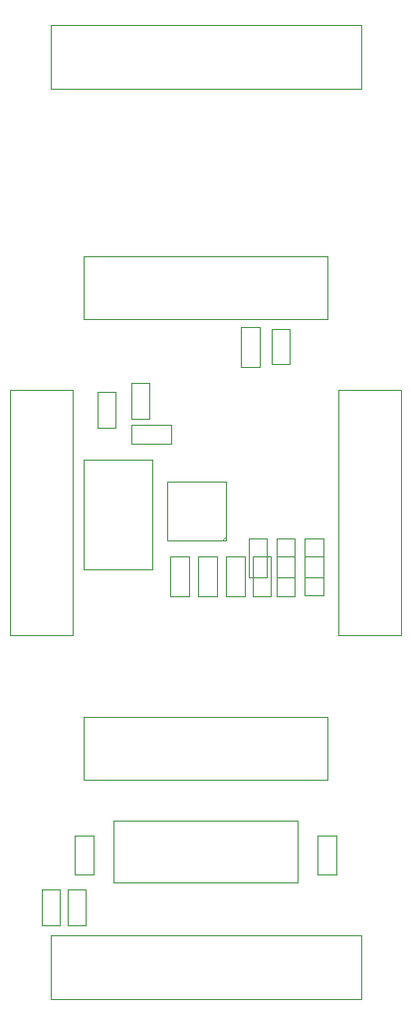
<source format=gbr>
%TF.GenerationSoftware,Altium Limited,Altium Designer,23.4.1 (23)*%
G04 Layer_Color=32768*
%FSLAX45Y45*%
%MOMM*%
%TF.SameCoordinates,06F9E411-BB4A-4FCF-AF8D-8E7D50D0EFEC*%
%TF.FilePolarity,Positive*%
%TF.FileFunction,Other,Mechanical_15*%
%TF.Part,Single*%
G01*
G75*
%TA.AperFunction,NonConductor*%
%ADD47C,0.10000*%
%ADD48C,0.05000*%
%ADD49C,0.05080*%
D47*
X1786625Y4258500D02*
X1821625Y4293500D01*
Y4258500D02*
Y4758500D01*
X1321625D02*
X1821625D01*
X1321625Y4258500D02*
Y4758500D01*
Y4258500D02*
X1821625D01*
D48*
X409375Y992000D02*
Y1294000D01*
X257375Y992000D02*
X409375D01*
X257375D02*
Y1294000D01*
X409375D01*
X479625Y992000D02*
Y1294000D01*
X631625D01*
Y992000D02*
Y1294000D01*
X479625Y992000D02*
X631625D01*
X2362000Y5754500D02*
Y6056500D01*
X2210000D02*
X2362000D01*
X2210000Y5754500D02*
Y6056500D01*
Y5754500D02*
X2362000D01*
X330500Y8092350D02*
X2971500D01*
X330500D02*
Y8637650D01*
X2971500D01*
Y8092350D02*
Y8637650D01*
X330500Y362350D02*
X2971500D01*
X330500D02*
Y907650D01*
X2971500D01*
Y362350D02*
Y907650D01*
X610875Y4942750D02*
X1198875D01*
X610875Y4010750D02*
Y4942750D01*
Y4010750D02*
X1198875D01*
Y4942750D01*
X885625Y5214750D02*
Y5516750D01*
X733625D02*
X885625D01*
X733625Y5214750D02*
Y5516750D01*
Y5214750D02*
X885625D01*
X1019375Y5294125D02*
Y5596125D01*
Y5294125D02*
X1171375D01*
Y5596125D01*
X1019375D02*
X1171375D01*
X2691000Y6138500D02*
Y6671500D01*
X609000Y6138500D02*
X2691000D01*
X609000D02*
Y6671500D01*
X2691000D01*
X609000Y2228500D02*
Y2761500D01*
X2691000D01*
Y2228500D02*
Y2761500D01*
X609000Y2228500D02*
X2691000D01*
X2779500Y3459000D02*
X3312500D01*
X2779500D02*
Y5541000D01*
X3312500D01*
Y3459000D02*
Y5541000D01*
X-12500D02*
X520500D01*
Y3459000D02*
Y5541000D01*
X-12500Y3459000D02*
X520500D01*
X-12500D02*
Y5541000D01*
X870000Y1879250D02*
X2430000D01*
Y1359250D02*
Y1879250D01*
X870000Y1359250D02*
X2430000D01*
X870000D02*
Y1879250D01*
D49*
X1953700Y6067175D02*
X2110300D01*
Y5732575D02*
Y6067175D01*
X1953700Y5732575D02*
X2110300D01*
X1953700D02*
Y6067175D01*
X1023325Y5081075D02*
X1357925D01*
Y5237675D01*
X1023325D02*
X1357925D01*
X1023325Y5081075D02*
Y5237675D01*
X2173800Y3944325D02*
Y4278925D01*
X2017200Y3944325D02*
X2173800D01*
X2017200D02*
Y4278925D01*
X2173800D01*
X2411925Y3944325D02*
Y4278925D01*
X2255325Y3944325D02*
X2411925D01*
X2255325D02*
Y4278925D01*
X2411925D01*
X2650050Y3944325D02*
Y4278925D01*
X2493450Y3944325D02*
X2650050D01*
X2493450D02*
Y4278925D01*
X2650050D01*
X2493450Y3791200D02*
Y4125800D01*
Y3791200D02*
X2650050D01*
Y4125800D01*
X2493450D02*
X2650050D01*
X2255325Y3785575D02*
Y4120175D01*
Y3785575D02*
X2411925D01*
Y4120175D01*
X2255325D02*
X2411925D01*
X2048950Y3785575D02*
Y4120175D01*
Y3785575D02*
X2205550D01*
Y4120175D01*
X2048950D02*
X2205550D01*
X1350450Y3785575D02*
Y4120175D01*
Y3785575D02*
X1507050D01*
Y4120175D01*
X1350450D02*
X1507050D01*
X1588575Y3785575D02*
Y4120175D01*
Y3785575D02*
X1745175D01*
Y4120175D01*
X1588575D02*
X1745175D01*
X1826700Y3785575D02*
Y4120175D01*
Y3785575D02*
X1983300D01*
Y4120175D01*
X1826700D02*
X1983300D01*
X540825Y1420200D02*
Y1754800D01*
X697425D01*
Y1420200D02*
Y1754800D01*
X540825Y1420200D02*
X697425D01*
X2604575D02*
Y1754800D01*
X2761175D01*
Y1420200D02*
Y1754800D01*
X2604575Y1420200D02*
X2761175D01*
%TF.MD5,0fb5605c6017debd8bf3ac0bfe21ad90*%
M02*

</source>
